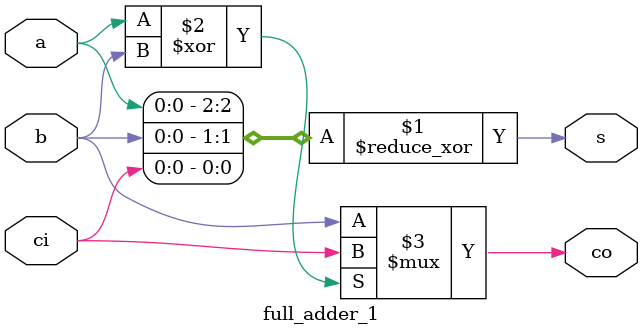
<source format=sv>
`default_nettype none

module full_adder_1 (
    input logic a, b, ci,
    output logic s, co
);
    assign s = ^{a, b, ci};
    assign co = (a ^ b) ? ci : b;

endmodule

</source>
